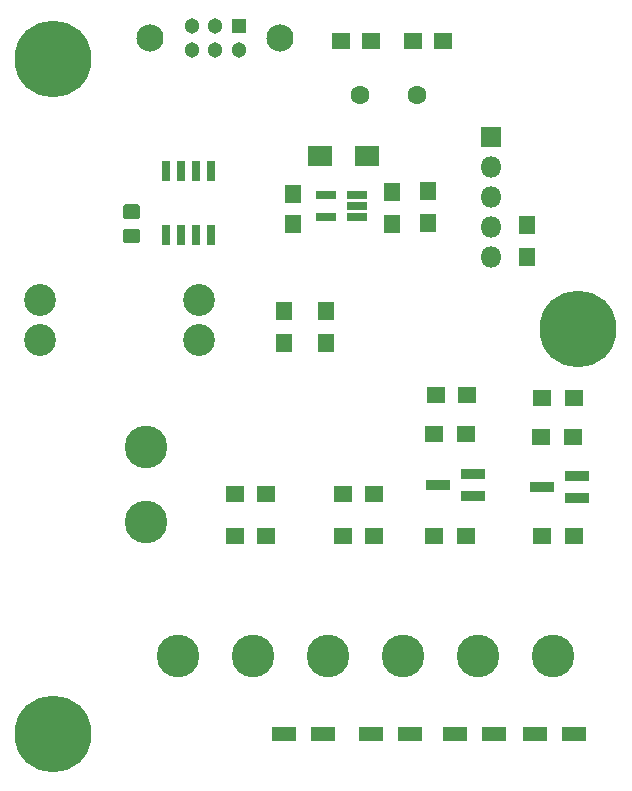
<source format=gbs>
G04 #@! TF.GenerationSoftware,KiCad,Pcbnew,(5.0.0-3-g5ebb6b6)*
G04 #@! TF.CreationDate,2018-11-03T17:36:43-04:00*
G04 #@! TF.ProjectId,injector,696E6A6563746F722E6B696361645F70,rev?*
G04 #@! TF.SameCoordinates,Original*
G04 #@! TF.FileFunction,Soldermask,Bot*
G04 #@! TF.FilePolarity,Negative*
%FSLAX46Y46*%
G04 Gerber Fmt 4.6, Leading zero omitted, Abs format (unit mm)*
G04 Created by KiCad (PCBNEW (5.0.0-3-g5ebb6b6)) date Saturday, November 03, 2018 at 05:36:43 PM*
%MOMM*%
%LPD*%
G01*
G04 APERTURE LIST*
%ADD10R,1.661600X0.751600*%
%ADD11R,1.351600X1.601600*%
%ADD12C,6.501600*%
%ADD13C,3.601600*%
%ADD14C,0.100000*%
%ADD15C,1.251600*%
%ADD16O,1.801600X1.801600*%
%ADD17R,1.801600X1.801600*%
%ADD18R,1.601600X1.351600*%
%ADD19C,1.601600*%
%ADD20R,2.101600X1.301600*%
%ADD21C,2.701600*%
%ADD22R,0.701600X1.651600*%
%ADD23R,1.401600X1.601600*%
%ADD24R,1.601600X1.401600*%
%ADD25R,2.101600X1.801600*%
%ADD26R,2.001600X0.901600*%
%ADD27C,1.301600*%
%ADD28R,1.301600X1.301600*%
%ADD29C,2.301600*%
G04 APERTURE END LIST*
D10*
G04 #@! TO.C,U1*
X160354000Y-99126000D03*
X160354000Y-100076000D03*
X160354000Y-101026000D03*
X157654000Y-101026000D03*
X157654000Y-99126000D03*
G04 #@! TD*
D11*
G04 #@! TO.C,C1*
X154940000Y-101600000D03*
X154940000Y-99100000D03*
G04 #@! TD*
D12*
G04 #@! TO.C,REF\002A\002A*
X134620000Y-87630000D03*
G04 #@! TD*
G04 #@! TO.C,REF\002A\002A*
X179070000Y-110490000D03*
G04 #@! TD*
D13*
G04 #@! TO.C,J1*
X142494000Y-126873000D03*
X142494000Y-120523000D03*
G04 #@! TD*
D14*
G04 #@! TO.C,C3*
G36*
X141729383Y-102009510D02*
X141755795Y-102013428D01*
X141781696Y-102019916D01*
X141806837Y-102028911D01*
X141830974Y-102040328D01*
X141853877Y-102054055D01*
X141875324Y-102069961D01*
X141895108Y-102087892D01*
X141913039Y-102107676D01*
X141928945Y-102129123D01*
X141942672Y-102152026D01*
X141954089Y-102176163D01*
X141963084Y-102201304D01*
X141969572Y-102227205D01*
X141973490Y-102253617D01*
X141974800Y-102280286D01*
X141974800Y-102987714D01*
X141973490Y-103014383D01*
X141969572Y-103040795D01*
X141963084Y-103066696D01*
X141954089Y-103091837D01*
X141942672Y-103115974D01*
X141928945Y-103138877D01*
X141913039Y-103160324D01*
X141895108Y-103180108D01*
X141875324Y-103198039D01*
X141853877Y-103213945D01*
X141830974Y-103227672D01*
X141806837Y-103239089D01*
X141781696Y-103248084D01*
X141755795Y-103254572D01*
X141729383Y-103258490D01*
X141702714Y-103259800D01*
X140745286Y-103259800D01*
X140718617Y-103258490D01*
X140692205Y-103254572D01*
X140666304Y-103248084D01*
X140641163Y-103239089D01*
X140617026Y-103227672D01*
X140594123Y-103213945D01*
X140572676Y-103198039D01*
X140552892Y-103180108D01*
X140534961Y-103160324D01*
X140519055Y-103138877D01*
X140505328Y-103115974D01*
X140493911Y-103091837D01*
X140484916Y-103066696D01*
X140478428Y-103040795D01*
X140474510Y-103014383D01*
X140473200Y-102987714D01*
X140473200Y-102280286D01*
X140474510Y-102253617D01*
X140478428Y-102227205D01*
X140484916Y-102201304D01*
X140493911Y-102176163D01*
X140505328Y-102152026D01*
X140519055Y-102129123D01*
X140534961Y-102107676D01*
X140552892Y-102087892D01*
X140572676Y-102069961D01*
X140594123Y-102054055D01*
X140617026Y-102040328D01*
X140641163Y-102028911D01*
X140666304Y-102019916D01*
X140692205Y-102013428D01*
X140718617Y-102009510D01*
X140745286Y-102008200D01*
X141702714Y-102008200D01*
X141729383Y-102009510D01*
X141729383Y-102009510D01*
G37*
D15*
X141224000Y-102634000D03*
D14*
G36*
X141729383Y-99959510D02*
X141755795Y-99963428D01*
X141781696Y-99969916D01*
X141806837Y-99978911D01*
X141830974Y-99990328D01*
X141853877Y-100004055D01*
X141875324Y-100019961D01*
X141895108Y-100037892D01*
X141913039Y-100057676D01*
X141928945Y-100079123D01*
X141942672Y-100102026D01*
X141954089Y-100126163D01*
X141963084Y-100151304D01*
X141969572Y-100177205D01*
X141973490Y-100203617D01*
X141974800Y-100230286D01*
X141974800Y-100937714D01*
X141973490Y-100964383D01*
X141969572Y-100990795D01*
X141963084Y-101016696D01*
X141954089Y-101041837D01*
X141942672Y-101065974D01*
X141928945Y-101088877D01*
X141913039Y-101110324D01*
X141895108Y-101130108D01*
X141875324Y-101148039D01*
X141853877Y-101163945D01*
X141830974Y-101177672D01*
X141806837Y-101189089D01*
X141781696Y-101198084D01*
X141755795Y-101204572D01*
X141729383Y-101208490D01*
X141702714Y-101209800D01*
X140745286Y-101209800D01*
X140718617Y-101208490D01*
X140692205Y-101204572D01*
X140666304Y-101198084D01*
X140641163Y-101189089D01*
X140617026Y-101177672D01*
X140594123Y-101163945D01*
X140572676Y-101148039D01*
X140552892Y-101130108D01*
X140534961Y-101110324D01*
X140519055Y-101088877D01*
X140505328Y-101065974D01*
X140493911Y-101041837D01*
X140484916Y-101016696D01*
X140478428Y-100990795D01*
X140474510Y-100964383D01*
X140473200Y-100937714D01*
X140473200Y-100230286D01*
X140474510Y-100203617D01*
X140478428Y-100177205D01*
X140484916Y-100151304D01*
X140493911Y-100126163D01*
X140505328Y-100102026D01*
X140519055Y-100079123D01*
X140534961Y-100057676D01*
X140552892Y-100037892D01*
X140572676Y-100019961D01*
X140594123Y-100004055D01*
X140617026Y-99990328D01*
X140641163Y-99978911D01*
X140666304Y-99969916D01*
X140692205Y-99963428D01*
X140718617Y-99959510D01*
X140745286Y-99958200D01*
X141702714Y-99958200D01*
X141729383Y-99959510D01*
X141729383Y-99959510D01*
G37*
D15*
X141224000Y-100584000D03*
G04 #@! TD*
D16*
G04 #@! TO.C,J3*
X171704000Y-104394000D03*
X171704000Y-101854000D03*
X171704000Y-99314000D03*
X171704000Y-96774000D03*
D17*
X171704000Y-94234000D03*
G04 #@! TD*
D18*
G04 #@! TO.C,C4*
X167600000Y-86106000D03*
X165100000Y-86106000D03*
G04 #@! TD*
G04 #@! TO.C,C5*
X161504000Y-86106000D03*
X159004000Y-86106000D03*
G04 #@! TD*
D19*
G04 #@! TO.C,Y1*
X165417500Y-90741500D03*
X160537500Y-90741500D03*
G04 #@! TD*
D13*
G04 #@! TO.C,J4*
X176911000Y-138176000D03*
X170561000Y-138176000D03*
X164211000Y-138176000D03*
X157861000Y-138176000D03*
X151511000Y-138176000D03*
X145161000Y-138176000D03*
G04 #@! TD*
D20*
G04 #@! TO.C,D2*
X178688000Y-144780000D03*
X175388000Y-144780000D03*
G04 #@! TD*
G04 #@! TO.C,D1*
X168656000Y-144780000D03*
X171956000Y-144780000D03*
G04 #@! TD*
G04 #@! TO.C,D3*
X154180000Y-144780000D03*
X157480000Y-144780000D03*
G04 #@! TD*
G04 #@! TO.C,D4*
X164844000Y-144780000D03*
X161544000Y-144780000D03*
G04 #@! TD*
D21*
G04 #@! TO.C,F1*
X133473000Y-108028000D03*
X133473000Y-111428000D03*
X146943000Y-108028000D03*
X146943000Y-111428000D03*
G04 #@! TD*
D22*
G04 #@! TO.C,U2*
X147955000Y-97122000D03*
X146685000Y-97122000D03*
X145415000Y-97122000D03*
X144145000Y-97122000D03*
X144145000Y-102522000D03*
X145415000Y-102522000D03*
X146685000Y-102522000D03*
X147955000Y-102522000D03*
G04 #@! TD*
D23*
G04 #@! TO.C,R4*
X174752000Y-101694000D03*
X174752000Y-104394000D03*
G04 #@! TD*
G04 #@! TO.C,R3*
X166370000Y-101506000D03*
X166370000Y-98806000D03*
G04 #@! TD*
D24*
G04 #@! TO.C,R18*
X152654000Y-128016000D03*
X149954000Y-128016000D03*
G04 #@! TD*
D23*
G04 #@! TO.C,R8*
X154178000Y-111666000D03*
X154178000Y-108966000D03*
G04 #@! TD*
G04 #@! TO.C,R9*
X157670500Y-108966000D03*
X157670500Y-111666000D03*
G04 #@! TD*
D24*
G04 #@! TO.C,R10*
X169578000Y-128016000D03*
X166878000Y-128016000D03*
G04 #@! TD*
G04 #@! TO.C,R11*
X175989000Y-128016000D03*
X178689000Y-128016000D03*
G04 #@! TD*
G04 #@! TO.C,R19*
X159098000Y-128016000D03*
X161798000Y-128016000D03*
G04 #@! TD*
G04 #@! TO.C,R12*
X166972000Y-116078000D03*
X169672000Y-116078000D03*
G04 #@! TD*
G04 #@! TO.C,R13*
X178689000Y-116332000D03*
X175989000Y-116332000D03*
G04 #@! TD*
G04 #@! TO.C,R14*
X166878000Y-119380000D03*
X169578000Y-119380000D03*
G04 #@! TD*
G04 #@! TO.C,R15*
X178595000Y-119634000D03*
X175895000Y-119634000D03*
G04 #@! TD*
G04 #@! TO.C,R16*
X152654000Y-124460000D03*
X149954000Y-124460000D03*
G04 #@! TD*
D23*
G04 #@! TO.C,R2*
X163322000Y-101600000D03*
X163322000Y-98900000D03*
G04 #@! TD*
D24*
G04 #@! TO.C,R17*
X159098000Y-124460000D03*
X161798000Y-124460000D03*
G04 #@! TD*
D25*
G04 #@! TO.C,R1*
X161163000Y-95885000D03*
X157163000Y-95885000D03*
G04 #@! TD*
D26*
G04 #@! TO.C,Q4*
X178943000Y-122936000D03*
X178943000Y-124836000D03*
X175943000Y-123886000D03*
G04 #@! TD*
G04 #@! TO.C,Q3*
X167156000Y-123698000D03*
X170156000Y-124648000D03*
X170156000Y-122748000D03*
G04 #@! TD*
D27*
G04 #@! TO.C,J2*
X148336000Y-84852000D03*
D28*
X150336000Y-84852000D03*
D27*
X146336000Y-84852000D03*
X146336000Y-86852000D03*
X148336000Y-86852000D03*
X150336000Y-86852000D03*
D29*
X142836000Y-85852000D03*
X153836000Y-85852000D03*
G04 #@! TD*
D12*
G04 #@! TO.C,REF\002A\002A*
X134620000Y-144780000D03*
G04 #@! TD*
M02*

</source>
